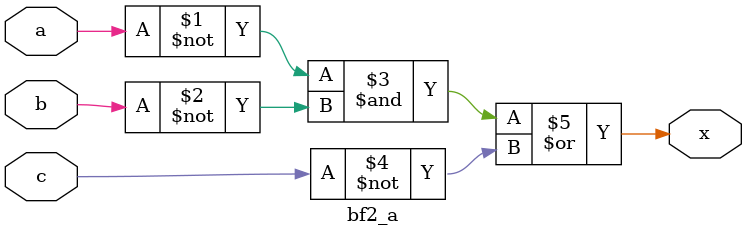
<source format=v>
`timescale 1ns / 1ps

module bf2_a(
input a,b,c,
output x

    );
   
    assign x=(~a&~b)|~c;
    
    
endmodule

</source>
